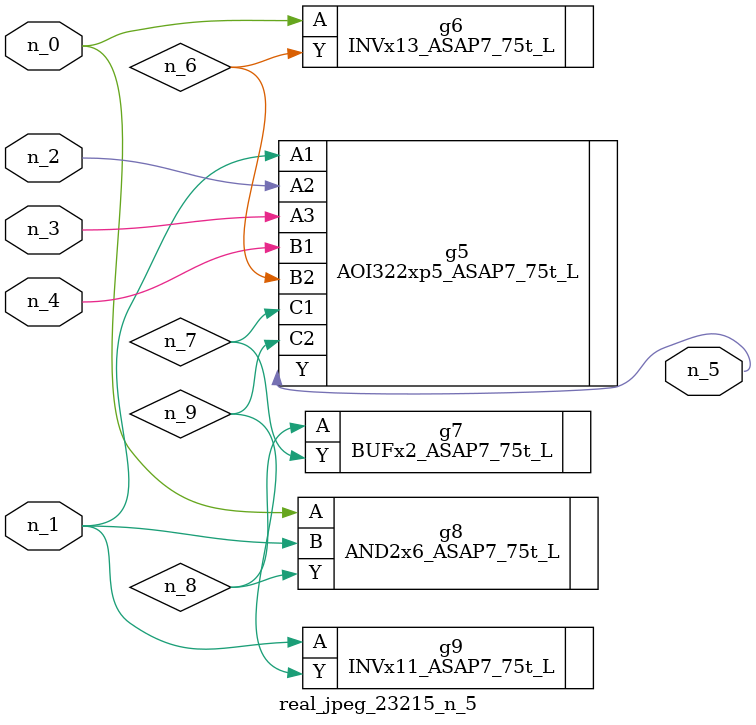
<source format=v>
module real_jpeg_23215_n_5 (n_4, n_0, n_1, n_2, n_3, n_5);

input n_4;
input n_0;
input n_1;
input n_2;
input n_3;

output n_5;

wire n_8;
wire n_6;
wire n_7;
wire n_9;

INVx13_ASAP7_75t_L g6 ( 
.A(n_0),
.Y(n_6)
);

AND2x6_ASAP7_75t_L g8 ( 
.A(n_0),
.B(n_1),
.Y(n_8)
);

AOI322xp5_ASAP7_75t_L g5 ( 
.A1(n_1),
.A2(n_2),
.A3(n_3),
.B1(n_4),
.B2(n_6),
.C1(n_7),
.C2(n_9),
.Y(n_5)
);

INVx11_ASAP7_75t_L g9 ( 
.A(n_1),
.Y(n_9)
);

BUFx2_ASAP7_75t_L g7 ( 
.A(n_8),
.Y(n_7)
);


endmodule
</source>
